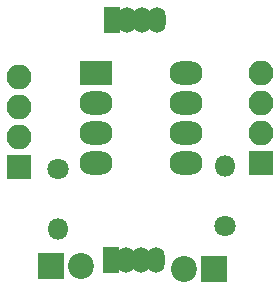
<source format=gbr>
G04 #@! TF.FileFunction,Soldermask,Bot*
%FSLAX46Y46*%
G04 Gerber Fmt 4.6, Leading zero omitted, Abs format (unit mm)*
G04 Created by KiCad (PCBNEW 4.0.7) date 06/07/18 21:32:42*
%MOMM*%
%LPD*%
G01*
G04 APERTURE LIST*
%ADD10C,0.100000*%
%ADD11R,2.800000X2.000000*%
%ADD12O,2.800000X2.000000*%
%ADD13R,2.100000X2.100000*%
%ADD14O,2.100000X2.100000*%
%ADD15R,2.200000X2.200000*%
%ADD16C,2.200000*%
%ADD17C,1.800000*%
%ADD18O,1.800000X1.800000*%
%ADD19R,1.470000X2.200000*%
%ADD20O,1.470000X2.200000*%
G04 APERTURE END LIST*
D10*
D11*
X152527000Y-130302000D03*
D12*
X160147000Y-137922000D03*
X152527000Y-132842000D03*
X160147000Y-135382000D03*
X152527000Y-135382000D03*
X160147000Y-132842000D03*
X152527000Y-137922000D03*
X160147000Y-130302000D03*
D13*
X146050000Y-138303000D03*
D14*
X146050000Y-135763000D03*
X146050000Y-133223000D03*
X146050000Y-130683000D03*
D15*
X162560000Y-146939000D03*
D16*
X160020000Y-146939000D03*
D15*
X148717000Y-146685000D03*
D16*
X151257000Y-146685000D03*
D13*
X166497000Y-137922000D03*
D14*
X166497000Y-135382000D03*
X166497000Y-132842000D03*
X166497000Y-130302000D03*
D17*
X163449000Y-143256000D03*
D18*
X163449000Y-138176000D03*
D17*
X149352000Y-138430000D03*
D18*
X149352000Y-143510000D03*
D19*
X153924000Y-125857000D03*
D20*
X155194000Y-125857000D03*
X156464000Y-125857000D03*
X157734000Y-125857000D03*
D19*
X153797000Y-146177000D03*
D20*
X155067000Y-146177000D03*
X156337000Y-146177000D03*
X157607000Y-146177000D03*
M02*

</source>
